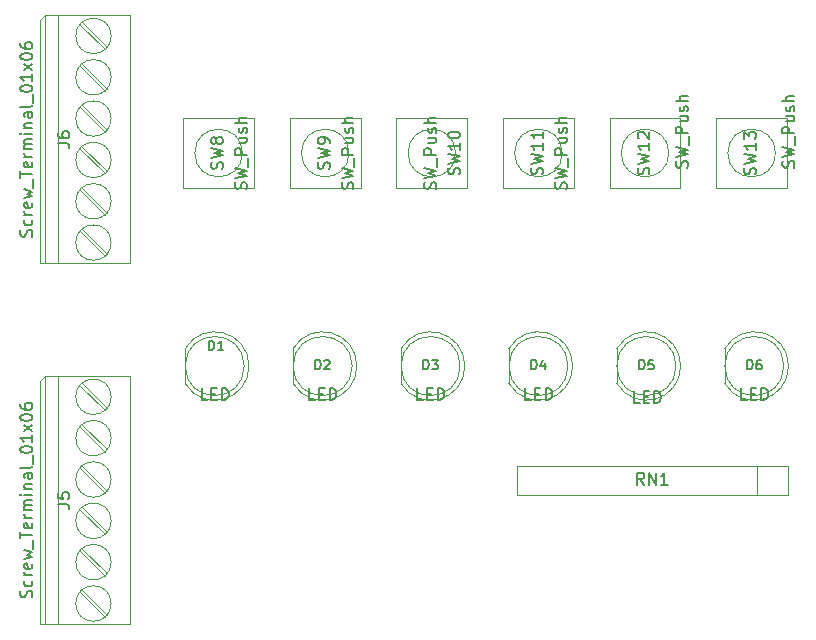
<source format=gbr>
%TF.GenerationSoftware,KiCad,Pcbnew,(7.0.0-0)*%
%TF.CreationDate,2023-08-03T18:37:04+02:00*%
%TF.ProjectId,flipperbrain-shield,666c6970-7065-4726-9272-61696e2d7368,rev?*%
%TF.SameCoordinates,Original*%
%TF.FileFunction,AssemblyDrawing,Top*%
%FSLAX46Y46*%
G04 Gerber Fmt 4.6, Leading zero omitted, Abs format (unit mm)*
G04 Created by KiCad (PCBNEW (7.0.0-0)) date 2023-08-03 18:37:04*
%MOMM*%
%LPD*%
G01*
G04 APERTURE LIST*
%ADD10C,0.150000*%
%ADD11C,0.200000*%
%ADD12C,0.100000*%
G04 APERTURE END LIST*
D10*
%TO.C,SW8*%
X118137325Y-62207618D02*
X118184944Y-62064761D01*
X118184944Y-62064761D02*
X118184944Y-61826666D01*
X118184944Y-61826666D02*
X118137325Y-61731428D01*
X118137325Y-61731428D02*
X118089706Y-61683809D01*
X118089706Y-61683809D02*
X117994468Y-61636190D01*
X117994468Y-61636190D02*
X117899230Y-61636190D01*
X117899230Y-61636190D02*
X117803992Y-61683809D01*
X117803992Y-61683809D02*
X117756373Y-61731428D01*
X117756373Y-61731428D02*
X117708754Y-61826666D01*
X117708754Y-61826666D02*
X117661135Y-62017142D01*
X117661135Y-62017142D02*
X117613516Y-62112380D01*
X117613516Y-62112380D02*
X117565897Y-62159999D01*
X117565897Y-62159999D02*
X117470659Y-62207618D01*
X117470659Y-62207618D02*
X117375421Y-62207618D01*
X117375421Y-62207618D02*
X117280183Y-62159999D01*
X117280183Y-62159999D02*
X117232564Y-62112380D01*
X117232564Y-62112380D02*
X117184944Y-62017142D01*
X117184944Y-62017142D02*
X117184944Y-61779047D01*
X117184944Y-61779047D02*
X117232564Y-61636190D01*
X117184944Y-61302856D02*
X118184944Y-61064761D01*
X118184944Y-61064761D02*
X117470659Y-60874285D01*
X117470659Y-60874285D02*
X118184944Y-60683809D01*
X118184944Y-60683809D02*
X117184944Y-60445714D01*
X118280183Y-60302857D02*
X118280183Y-59540952D01*
X118184944Y-59302856D02*
X117184944Y-59302856D01*
X117184944Y-59302856D02*
X117184944Y-58921904D01*
X117184944Y-58921904D02*
X117232564Y-58826666D01*
X117232564Y-58826666D02*
X117280183Y-58779047D01*
X117280183Y-58779047D02*
X117375421Y-58731428D01*
X117375421Y-58731428D02*
X117518278Y-58731428D01*
X117518278Y-58731428D02*
X117613516Y-58779047D01*
X117613516Y-58779047D02*
X117661135Y-58826666D01*
X117661135Y-58826666D02*
X117708754Y-58921904D01*
X117708754Y-58921904D02*
X117708754Y-59302856D01*
X117518278Y-57874285D02*
X118184944Y-57874285D01*
X117518278Y-58302856D02*
X118042087Y-58302856D01*
X118042087Y-58302856D02*
X118137325Y-58255237D01*
X118137325Y-58255237D02*
X118184944Y-58159999D01*
X118184944Y-58159999D02*
X118184944Y-58017142D01*
X118184944Y-58017142D02*
X118137325Y-57921904D01*
X118137325Y-57921904D02*
X118089706Y-57874285D01*
X118137325Y-57445713D02*
X118184944Y-57350475D01*
X118184944Y-57350475D02*
X118184944Y-57159999D01*
X118184944Y-57159999D02*
X118137325Y-57064761D01*
X118137325Y-57064761D02*
X118042087Y-57017142D01*
X118042087Y-57017142D02*
X117994468Y-57017142D01*
X117994468Y-57017142D02*
X117899230Y-57064761D01*
X117899230Y-57064761D02*
X117851611Y-57159999D01*
X117851611Y-57159999D02*
X117851611Y-57302856D01*
X117851611Y-57302856D02*
X117803992Y-57398094D01*
X117803992Y-57398094D02*
X117708754Y-57445713D01*
X117708754Y-57445713D02*
X117661135Y-57445713D01*
X117661135Y-57445713D02*
X117565897Y-57398094D01*
X117565897Y-57398094D02*
X117518278Y-57302856D01*
X117518278Y-57302856D02*
X117518278Y-57159999D01*
X117518278Y-57159999D02*
X117565897Y-57064761D01*
X118184944Y-56588570D02*
X117184944Y-56588570D01*
X118184944Y-56159999D02*
X117661135Y-56159999D01*
X117661135Y-56159999D02*
X117565897Y-56207618D01*
X117565897Y-56207618D02*
X117518278Y-56302856D01*
X117518278Y-56302856D02*
X117518278Y-56445713D01*
X117518278Y-56445713D02*
X117565897Y-56540951D01*
X117565897Y-56540951D02*
X117613516Y-56588570D01*
X116121761Y-60493332D02*
X116169380Y-60350475D01*
X116169380Y-60350475D02*
X116169380Y-60112380D01*
X116169380Y-60112380D02*
X116121761Y-60017142D01*
X116121761Y-60017142D02*
X116074142Y-59969523D01*
X116074142Y-59969523D02*
X115978904Y-59921904D01*
X115978904Y-59921904D02*
X115883666Y-59921904D01*
X115883666Y-59921904D02*
X115788428Y-59969523D01*
X115788428Y-59969523D02*
X115740809Y-60017142D01*
X115740809Y-60017142D02*
X115693190Y-60112380D01*
X115693190Y-60112380D02*
X115645571Y-60302856D01*
X115645571Y-60302856D02*
X115597952Y-60398094D01*
X115597952Y-60398094D02*
X115550333Y-60445713D01*
X115550333Y-60445713D02*
X115455095Y-60493332D01*
X115455095Y-60493332D02*
X115359857Y-60493332D01*
X115359857Y-60493332D02*
X115264619Y-60445713D01*
X115264619Y-60445713D02*
X115217000Y-60398094D01*
X115217000Y-60398094D02*
X115169380Y-60302856D01*
X115169380Y-60302856D02*
X115169380Y-60064761D01*
X115169380Y-60064761D02*
X115217000Y-59921904D01*
X115169380Y-59588570D02*
X116169380Y-59350475D01*
X116169380Y-59350475D02*
X115455095Y-59159999D01*
X115455095Y-59159999D02*
X116169380Y-58969523D01*
X116169380Y-58969523D02*
X115169380Y-58731428D01*
X115597952Y-58207618D02*
X115550333Y-58302856D01*
X115550333Y-58302856D02*
X115502714Y-58350475D01*
X115502714Y-58350475D02*
X115407476Y-58398094D01*
X115407476Y-58398094D02*
X115359857Y-58398094D01*
X115359857Y-58398094D02*
X115264619Y-58350475D01*
X115264619Y-58350475D02*
X115217000Y-58302856D01*
X115217000Y-58302856D02*
X115169380Y-58207618D01*
X115169380Y-58207618D02*
X115169380Y-58017142D01*
X115169380Y-58017142D02*
X115217000Y-57921904D01*
X115217000Y-57921904D02*
X115264619Y-57874285D01*
X115264619Y-57874285D02*
X115359857Y-57826666D01*
X115359857Y-57826666D02*
X115407476Y-57826666D01*
X115407476Y-57826666D02*
X115502714Y-57874285D01*
X115502714Y-57874285D02*
X115550333Y-57921904D01*
X115550333Y-57921904D02*
X115597952Y-58017142D01*
X115597952Y-58017142D02*
X115597952Y-58207618D01*
X115597952Y-58207618D02*
X115645571Y-58302856D01*
X115645571Y-58302856D02*
X115693190Y-58350475D01*
X115693190Y-58350475D02*
X115788428Y-58398094D01*
X115788428Y-58398094D02*
X115978904Y-58398094D01*
X115978904Y-58398094D02*
X116074142Y-58350475D01*
X116074142Y-58350475D02*
X116121761Y-58302856D01*
X116121761Y-58302856D02*
X116169380Y-58207618D01*
X116169380Y-58207618D02*
X116169380Y-58017142D01*
X116169380Y-58017142D02*
X116121761Y-57921904D01*
X116121761Y-57921904D02*
X116074142Y-57874285D01*
X116074142Y-57874285D02*
X115978904Y-57826666D01*
X115978904Y-57826666D02*
X115788428Y-57826666D01*
X115788428Y-57826666D02*
X115693190Y-57874285D01*
X115693190Y-57874285D02*
X115645571Y-57921904D01*
X115645571Y-57921904D02*
X115597952Y-58017142D01*
%TO.C,SW11*%
X145218325Y-62207618D02*
X145265944Y-62064761D01*
X145265944Y-62064761D02*
X145265944Y-61826666D01*
X145265944Y-61826666D02*
X145218325Y-61731428D01*
X145218325Y-61731428D02*
X145170706Y-61683809D01*
X145170706Y-61683809D02*
X145075468Y-61636190D01*
X145075468Y-61636190D02*
X144980230Y-61636190D01*
X144980230Y-61636190D02*
X144884992Y-61683809D01*
X144884992Y-61683809D02*
X144837373Y-61731428D01*
X144837373Y-61731428D02*
X144789754Y-61826666D01*
X144789754Y-61826666D02*
X144742135Y-62017142D01*
X144742135Y-62017142D02*
X144694516Y-62112380D01*
X144694516Y-62112380D02*
X144646897Y-62159999D01*
X144646897Y-62159999D02*
X144551659Y-62207618D01*
X144551659Y-62207618D02*
X144456421Y-62207618D01*
X144456421Y-62207618D02*
X144361183Y-62159999D01*
X144361183Y-62159999D02*
X144313564Y-62112380D01*
X144313564Y-62112380D02*
X144265944Y-62017142D01*
X144265944Y-62017142D02*
X144265944Y-61779047D01*
X144265944Y-61779047D02*
X144313564Y-61636190D01*
X144265944Y-61302856D02*
X145265944Y-61064761D01*
X145265944Y-61064761D02*
X144551659Y-60874285D01*
X144551659Y-60874285D02*
X145265944Y-60683809D01*
X145265944Y-60683809D02*
X144265944Y-60445714D01*
X145361183Y-60302857D02*
X145361183Y-59540952D01*
X145265944Y-59302856D02*
X144265944Y-59302856D01*
X144265944Y-59302856D02*
X144265944Y-58921904D01*
X144265944Y-58921904D02*
X144313564Y-58826666D01*
X144313564Y-58826666D02*
X144361183Y-58779047D01*
X144361183Y-58779047D02*
X144456421Y-58731428D01*
X144456421Y-58731428D02*
X144599278Y-58731428D01*
X144599278Y-58731428D02*
X144694516Y-58779047D01*
X144694516Y-58779047D02*
X144742135Y-58826666D01*
X144742135Y-58826666D02*
X144789754Y-58921904D01*
X144789754Y-58921904D02*
X144789754Y-59302856D01*
X144599278Y-57874285D02*
X145265944Y-57874285D01*
X144599278Y-58302856D02*
X145123087Y-58302856D01*
X145123087Y-58302856D02*
X145218325Y-58255237D01*
X145218325Y-58255237D02*
X145265944Y-58159999D01*
X145265944Y-58159999D02*
X145265944Y-58017142D01*
X145265944Y-58017142D02*
X145218325Y-57921904D01*
X145218325Y-57921904D02*
X145170706Y-57874285D01*
X145218325Y-57445713D02*
X145265944Y-57350475D01*
X145265944Y-57350475D02*
X145265944Y-57159999D01*
X145265944Y-57159999D02*
X145218325Y-57064761D01*
X145218325Y-57064761D02*
X145123087Y-57017142D01*
X145123087Y-57017142D02*
X145075468Y-57017142D01*
X145075468Y-57017142D02*
X144980230Y-57064761D01*
X144980230Y-57064761D02*
X144932611Y-57159999D01*
X144932611Y-57159999D02*
X144932611Y-57302856D01*
X144932611Y-57302856D02*
X144884992Y-57398094D01*
X144884992Y-57398094D02*
X144789754Y-57445713D01*
X144789754Y-57445713D02*
X144742135Y-57445713D01*
X144742135Y-57445713D02*
X144646897Y-57398094D01*
X144646897Y-57398094D02*
X144599278Y-57302856D01*
X144599278Y-57302856D02*
X144599278Y-57159999D01*
X144599278Y-57159999D02*
X144646897Y-57064761D01*
X145265944Y-56588570D02*
X144265944Y-56588570D01*
X145265944Y-56159999D02*
X144742135Y-56159999D01*
X144742135Y-56159999D02*
X144646897Y-56207618D01*
X144646897Y-56207618D02*
X144599278Y-56302856D01*
X144599278Y-56302856D02*
X144599278Y-56445713D01*
X144599278Y-56445713D02*
X144646897Y-56540951D01*
X144646897Y-56540951D02*
X144694516Y-56588570D01*
X143202761Y-60969523D02*
X143250380Y-60826666D01*
X143250380Y-60826666D02*
X143250380Y-60588571D01*
X143250380Y-60588571D02*
X143202761Y-60493333D01*
X143202761Y-60493333D02*
X143155142Y-60445714D01*
X143155142Y-60445714D02*
X143059904Y-60398095D01*
X143059904Y-60398095D02*
X142964666Y-60398095D01*
X142964666Y-60398095D02*
X142869428Y-60445714D01*
X142869428Y-60445714D02*
X142821809Y-60493333D01*
X142821809Y-60493333D02*
X142774190Y-60588571D01*
X142774190Y-60588571D02*
X142726571Y-60779047D01*
X142726571Y-60779047D02*
X142678952Y-60874285D01*
X142678952Y-60874285D02*
X142631333Y-60921904D01*
X142631333Y-60921904D02*
X142536095Y-60969523D01*
X142536095Y-60969523D02*
X142440857Y-60969523D01*
X142440857Y-60969523D02*
X142345619Y-60921904D01*
X142345619Y-60921904D02*
X142298000Y-60874285D01*
X142298000Y-60874285D02*
X142250380Y-60779047D01*
X142250380Y-60779047D02*
X142250380Y-60540952D01*
X142250380Y-60540952D02*
X142298000Y-60398095D01*
X142250380Y-60064761D02*
X143250380Y-59826666D01*
X143250380Y-59826666D02*
X142536095Y-59636190D01*
X142536095Y-59636190D02*
X143250380Y-59445714D01*
X143250380Y-59445714D02*
X142250380Y-59207619D01*
X143250380Y-58302857D02*
X143250380Y-58874285D01*
X143250380Y-58588571D02*
X142250380Y-58588571D01*
X142250380Y-58588571D02*
X142393238Y-58683809D01*
X142393238Y-58683809D02*
X142488476Y-58779047D01*
X142488476Y-58779047D02*
X142536095Y-58874285D01*
X143250380Y-57350476D02*
X143250380Y-57921904D01*
X143250380Y-57636190D02*
X142250380Y-57636190D01*
X142250380Y-57636190D02*
X142393238Y-57731428D01*
X142393238Y-57731428D02*
X142488476Y-57826666D01*
X142488476Y-57826666D02*
X142536095Y-57921904D01*
%TO.C,SW13*%
X164496761Y-60392618D02*
X164544380Y-60249761D01*
X164544380Y-60249761D02*
X164544380Y-60011666D01*
X164544380Y-60011666D02*
X164496761Y-59916428D01*
X164496761Y-59916428D02*
X164449142Y-59868809D01*
X164449142Y-59868809D02*
X164353904Y-59821190D01*
X164353904Y-59821190D02*
X164258666Y-59821190D01*
X164258666Y-59821190D02*
X164163428Y-59868809D01*
X164163428Y-59868809D02*
X164115809Y-59916428D01*
X164115809Y-59916428D02*
X164068190Y-60011666D01*
X164068190Y-60011666D02*
X164020571Y-60202142D01*
X164020571Y-60202142D02*
X163972952Y-60297380D01*
X163972952Y-60297380D02*
X163925333Y-60344999D01*
X163925333Y-60344999D02*
X163830095Y-60392618D01*
X163830095Y-60392618D02*
X163734857Y-60392618D01*
X163734857Y-60392618D02*
X163639619Y-60344999D01*
X163639619Y-60344999D02*
X163592000Y-60297380D01*
X163592000Y-60297380D02*
X163544380Y-60202142D01*
X163544380Y-60202142D02*
X163544380Y-59964047D01*
X163544380Y-59964047D02*
X163592000Y-59821190D01*
X163544380Y-59487856D02*
X164544380Y-59249761D01*
X164544380Y-59249761D02*
X163830095Y-59059285D01*
X163830095Y-59059285D02*
X164544380Y-58868809D01*
X164544380Y-58868809D02*
X163544380Y-58630714D01*
X164639619Y-58487857D02*
X164639619Y-57725952D01*
X164544380Y-57487856D02*
X163544380Y-57487856D01*
X163544380Y-57487856D02*
X163544380Y-57106904D01*
X163544380Y-57106904D02*
X163592000Y-57011666D01*
X163592000Y-57011666D02*
X163639619Y-56964047D01*
X163639619Y-56964047D02*
X163734857Y-56916428D01*
X163734857Y-56916428D02*
X163877714Y-56916428D01*
X163877714Y-56916428D02*
X163972952Y-56964047D01*
X163972952Y-56964047D02*
X164020571Y-57011666D01*
X164020571Y-57011666D02*
X164068190Y-57106904D01*
X164068190Y-57106904D02*
X164068190Y-57487856D01*
X163877714Y-56059285D02*
X164544380Y-56059285D01*
X163877714Y-56487856D02*
X164401523Y-56487856D01*
X164401523Y-56487856D02*
X164496761Y-56440237D01*
X164496761Y-56440237D02*
X164544380Y-56344999D01*
X164544380Y-56344999D02*
X164544380Y-56202142D01*
X164544380Y-56202142D02*
X164496761Y-56106904D01*
X164496761Y-56106904D02*
X164449142Y-56059285D01*
X164496761Y-55630713D02*
X164544380Y-55535475D01*
X164544380Y-55535475D02*
X164544380Y-55344999D01*
X164544380Y-55344999D02*
X164496761Y-55249761D01*
X164496761Y-55249761D02*
X164401523Y-55202142D01*
X164401523Y-55202142D02*
X164353904Y-55202142D01*
X164353904Y-55202142D02*
X164258666Y-55249761D01*
X164258666Y-55249761D02*
X164211047Y-55344999D01*
X164211047Y-55344999D02*
X164211047Y-55487856D01*
X164211047Y-55487856D02*
X164163428Y-55583094D01*
X164163428Y-55583094D02*
X164068190Y-55630713D01*
X164068190Y-55630713D02*
X164020571Y-55630713D01*
X164020571Y-55630713D02*
X163925333Y-55583094D01*
X163925333Y-55583094D02*
X163877714Y-55487856D01*
X163877714Y-55487856D02*
X163877714Y-55344999D01*
X163877714Y-55344999D02*
X163925333Y-55249761D01*
X164544380Y-54773570D02*
X163544380Y-54773570D01*
X164544380Y-54344999D02*
X164020571Y-54344999D01*
X164020571Y-54344999D02*
X163925333Y-54392618D01*
X163925333Y-54392618D02*
X163877714Y-54487856D01*
X163877714Y-54487856D02*
X163877714Y-54630713D01*
X163877714Y-54630713D02*
X163925333Y-54725951D01*
X163925333Y-54725951D02*
X163972952Y-54773570D01*
X161256761Y-60969523D02*
X161304380Y-60826666D01*
X161304380Y-60826666D02*
X161304380Y-60588571D01*
X161304380Y-60588571D02*
X161256761Y-60493333D01*
X161256761Y-60493333D02*
X161209142Y-60445714D01*
X161209142Y-60445714D02*
X161113904Y-60398095D01*
X161113904Y-60398095D02*
X161018666Y-60398095D01*
X161018666Y-60398095D02*
X160923428Y-60445714D01*
X160923428Y-60445714D02*
X160875809Y-60493333D01*
X160875809Y-60493333D02*
X160828190Y-60588571D01*
X160828190Y-60588571D02*
X160780571Y-60779047D01*
X160780571Y-60779047D02*
X160732952Y-60874285D01*
X160732952Y-60874285D02*
X160685333Y-60921904D01*
X160685333Y-60921904D02*
X160590095Y-60969523D01*
X160590095Y-60969523D02*
X160494857Y-60969523D01*
X160494857Y-60969523D02*
X160399619Y-60921904D01*
X160399619Y-60921904D02*
X160352000Y-60874285D01*
X160352000Y-60874285D02*
X160304380Y-60779047D01*
X160304380Y-60779047D02*
X160304380Y-60540952D01*
X160304380Y-60540952D02*
X160352000Y-60398095D01*
X160304380Y-60064761D02*
X161304380Y-59826666D01*
X161304380Y-59826666D02*
X160590095Y-59636190D01*
X160590095Y-59636190D02*
X161304380Y-59445714D01*
X161304380Y-59445714D02*
X160304380Y-59207619D01*
X161304380Y-58302857D02*
X161304380Y-58874285D01*
X161304380Y-58588571D02*
X160304380Y-58588571D01*
X160304380Y-58588571D02*
X160447238Y-58683809D01*
X160447238Y-58683809D02*
X160542476Y-58779047D01*
X160542476Y-58779047D02*
X160590095Y-58874285D01*
X160304380Y-57969523D02*
X160304380Y-57350476D01*
X160304380Y-57350476D02*
X160685333Y-57683809D01*
X160685333Y-57683809D02*
X160685333Y-57540952D01*
X160685333Y-57540952D02*
X160732952Y-57445714D01*
X160732952Y-57445714D02*
X160780571Y-57398095D01*
X160780571Y-57398095D02*
X160875809Y-57350476D01*
X160875809Y-57350476D02*
X161113904Y-57350476D01*
X161113904Y-57350476D02*
X161209142Y-57398095D01*
X161209142Y-57398095D02*
X161256761Y-57445714D01*
X161256761Y-57445714D02*
X161304380Y-57540952D01*
X161304380Y-57540952D02*
X161304380Y-57826666D01*
X161304380Y-57826666D02*
X161256761Y-57921904D01*
X161256761Y-57921904D02*
X161209142Y-57969523D01*
%TO.C,D6*%
X160517142Y-80062380D02*
X160040952Y-80062380D01*
X160040952Y-80062380D02*
X160040952Y-79062380D01*
X160850476Y-79538571D02*
X161183809Y-79538571D01*
X161326666Y-80062380D02*
X160850476Y-80062380D01*
X160850476Y-80062380D02*
X160850476Y-79062380D01*
X160850476Y-79062380D02*
X161326666Y-79062380D01*
X161755238Y-80062380D02*
X161755238Y-79062380D01*
X161755238Y-79062380D02*
X161993333Y-79062380D01*
X161993333Y-79062380D02*
X162136190Y-79110000D01*
X162136190Y-79110000D02*
X162231428Y-79205238D01*
X162231428Y-79205238D02*
X162279047Y-79300476D01*
X162279047Y-79300476D02*
X162326666Y-79490952D01*
X162326666Y-79490952D02*
X162326666Y-79633809D01*
X162326666Y-79633809D02*
X162279047Y-79824285D01*
X162279047Y-79824285D02*
X162231428Y-79919523D01*
X162231428Y-79919523D02*
X162136190Y-80014761D01*
X162136190Y-80014761D02*
X161993333Y-80062380D01*
X161993333Y-80062380D02*
X161755238Y-80062380D01*
D11*
X160549524Y-77488904D02*
X160549524Y-76688904D01*
X160549524Y-76688904D02*
X160740000Y-76688904D01*
X160740000Y-76688904D02*
X160854286Y-76727000D01*
X160854286Y-76727000D02*
X160930476Y-76803190D01*
X160930476Y-76803190D02*
X160968571Y-76879380D01*
X160968571Y-76879380D02*
X161006667Y-77031761D01*
X161006667Y-77031761D02*
X161006667Y-77146047D01*
X161006667Y-77146047D02*
X160968571Y-77298428D01*
X160968571Y-77298428D02*
X160930476Y-77374619D01*
X160930476Y-77374619D02*
X160854286Y-77450809D01*
X160854286Y-77450809D02*
X160740000Y-77488904D01*
X160740000Y-77488904D02*
X160549524Y-77488904D01*
X161692381Y-76688904D02*
X161540000Y-76688904D01*
X161540000Y-76688904D02*
X161463809Y-76727000D01*
X161463809Y-76727000D02*
X161425714Y-76765095D01*
X161425714Y-76765095D02*
X161349524Y-76879380D01*
X161349524Y-76879380D02*
X161311428Y-77031761D01*
X161311428Y-77031761D02*
X161311428Y-77336523D01*
X161311428Y-77336523D02*
X161349524Y-77412714D01*
X161349524Y-77412714D02*
X161387619Y-77450809D01*
X161387619Y-77450809D02*
X161463809Y-77488904D01*
X161463809Y-77488904D02*
X161616190Y-77488904D01*
X161616190Y-77488904D02*
X161692381Y-77450809D01*
X161692381Y-77450809D02*
X161730476Y-77412714D01*
X161730476Y-77412714D02*
X161768571Y-77336523D01*
X161768571Y-77336523D02*
X161768571Y-77146047D01*
X161768571Y-77146047D02*
X161730476Y-77069857D01*
X161730476Y-77069857D02*
X161692381Y-77031761D01*
X161692381Y-77031761D02*
X161616190Y-76993666D01*
X161616190Y-76993666D02*
X161463809Y-76993666D01*
X161463809Y-76993666D02*
X161387619Y-77031761D01*
X161387619Y-77031761D02*
X161349524Y-77069857D01*
X161349524Y-77069857D02*
X161311428Y-77146047D01*
D10*
%TO.C,SW10*%
X134175761Y-62207618D02*
X134223380Y-62064761D01*
X134223380Y-62064761D02*
X134223380Y-61826666D01*
X134223380Y-61826666D02*
X134175761Y-61731428D01*
X134175761Y-61731428D02*
X134128142Y-61683809D01*
X134128142Y-61683809D02*
X134032904Y-61636190D01*
X134032904Y-61636190D02*
X133937666Y-61636190D01*
X133937666Y-61636190D02*
X133842428Y-61683809D01*
X133842428Y-61683809D02*
X133794809Y-61731428D01*
X133794809Y-61731428D02*
X133747190Y-61826666D01*
X133747190Y-61826666D02*
X133699571Y-62017142D01*
X133699571Y-62017142D02*
X133651952Y-62112380D01*
X133651952Y-62112380D02*
X133604333Y-62159999D01*
X133604333Y-62159999D02*
X133509095Y-62207618D01*
X133509095Y-62207618D02*
X133413857Y-62207618D01*
X133413857Y-62207618D02*
X133318619Y-62159999D01*
X133318619Y-62159999D02*
X133271000Y-62112380D01*
X133271000Y-62112380D02*
X133223380Y-62017142D01*
X133223380Y-62017142D02*
X133223380Y-61779047D01*
X133223380Y-61779047D02*
X133271000Y-61636190D01*
X133223380Y-61302856D02*
X134223380Y-61064761D01*
X134223380Y-61064761D02*
X133509095Y-60874285D01*
X133509095Y-60874285D02*
X134223380Y-60683809D01*
X134223380Y-60683809D02*
X133223380Y-60445714D01*
X134318619Y-60302857D02*
X134318619Y-59540952D01*
X134223380Y-59302856D02*
X133223380Y-59302856D01*
X133223380Y-59302856D02*
X133223380Y-58921904D01*
X133223380Y-58921904D02*
X133271000Y-58826666D01*
X133271000Y-58826666D02*
X133318619Y-58779047D01*
X133318619Y-58779047D02*
X133413857Y-58731428D01*
X133413857Y-58731428D02*
X133556714Y-58731428D01*
X133556714Y-58731428D02*
X133651952Y-58779047D01*
X133651952Y-58779047D02*
X133699571Y-58826666D01*
X133699571Y-58826666D02*
X133747190Y-58921904D01*
X133747190Y-58921904D02*
X133747190Y-59302856D01*
X133556714Y-57874285D02*
X134223380Y-57874285D01*
X133556714Y-58302856D02*
X134080523Y-58302856D01*
X134080523Y-58302856D02*
X134175761Y-58255237D01*
X134175761Y-58255237D02*
X134223380Y-58159999D01*
X134223380Y-58159999D02*
X134223380Y-58017142D01*
X134223380Y-58017142D02*
X134175761Y-57921904D01*
X134175761Y-57921904D02*
X134128142Y-57874285D01*
X134175761Y-57445713D02*
X134223380Y-57350475D01*
X134223380Y-57350475D02*
X134223380Y-57159999D01*
X134223380Y-57159999D02*
X134175761Y-57064761D01*
X134175761Y-57064761D02*
X134080523Y-57017142D01*
X134080523Y-57017142D02*
X134032904Y-57017142D01*
X134032904Y-57017142D02*
X133937666Y-57064761D01*
X133937666Y-57064761D02*
X133890047Y-57159999D01*
X133890047Y-57159999D02*
X133890047Y-57302856D01*
X133890047Y-57302856D02*
X133842428Y-57398094D01*
X133842428Y-57398094D02*
X133747190Y-57445713D01*
X133747190Y-57445713D02*
X133699571Y-57445713D01*
X133699571Y-57445713D02*
X133604333Y-57398094D01*
X133604333Y-57398094D02*
X133556714Y-57302856D01*
X133556714Y-57302856D02*
X133556714Y-57159999D01*
X133556714Y-57159999D02*
X133604333Y-57064761D01*
X134223380Y-56588570D02*
X133223380Y-56588570D01*
X134223380Y-56159999D02*
X133699571Y-56159999D01*
X133699571Y-56159999D02*
X133604333Y-56207618D01*
X133604333Y-56207618D02*
X133556714Y-56302856D01*
X133556714Y-56302856D02*
X133556714Y-56445713D01*
X133556714Y-56445713D02*
X133604333Y-56540951D01*
X133604333Y-56540951D02*
X133651952Y-56588570D01*
X136191325Y-60969523D02*
X136238944Y-60826666D01*
X136238944Y-60826666D02*
X136238944Y-60588571D01*
X136238944Y-60588571D02*
X136191325Y-60493333D01*
X136191325Y-60493333D02*
X136143706Y-60445714D01*
X136143706Y-60445714D02*
X136048468Y-60398095D01*
X136048468Y-60398095D02*
X135953230Y-60398095D01*
X135953230Y-60398095D02*
X135857992Y-60445714D01*
X135857992Y-60445714D02*
X135810373Y-60493333D01*
X135810373Y-60493333D02*
X135762754Y-60588571D01*
X135762754Y-60588571D02*
X135715135Y-60779047D01*
X135715135Y-60779047D02*
X135667516Y-60874285D01*
X135667516Y-60874285D02*
X135619897Y-60921904D01*
X135619897Y-60921904D02*
X135524659Y-60969523D01*
X135524659Y-60969523D02*
X135429421Y-60969523D01*
X135429421Y-60969523D02*
X135334183Y-60921904D01*
X135334183Y-60921904D02*
X135286564Y-60874285D01*
X135286564Y-60874285D02*
X135238944Y-60779047D01*
X135238944Y-60779047D02*
X135238944Y-60540952D01*
X135238944Y-60540952D02*
X135286564Y-60398095D01*
X135238944Y-60064761D02*
X136238944Y-59826666D01*
X136238944Y-59826666D02*
X135524659Y-59636190D01*
X135524659Y-59636190D02*
X136238944Y-59445714D01*
X136238944Y-59445714D02*
X135238944Y-59207619D01*
X136238944Y-58302857D02*
X136238944Y-58874285D01*
X136238944Y-58588571D02*
X135238944Y-58588571D01*
X135238944Y-58588571D02*
X135381802Y-58683809D01*
X135381802Y-58683809D02*
X135477040Y-58779047D01*
X135477040Y-58779047D02*
X135524659Y-58874285D01*
X135238944Y-57683809D02*
X135238944Y-57588571D01*
X135238944Y-57588571D02*
X135286564Y-57493333D01*
X135286564Y-57493333D02*
X135334183Y-57445714D01*
X135334183Y-57445714D02*
X135429421Y-57398095D01*
X135429421Y-57398095D02*
X135619897Y-57350476D01*
X135619897Y-57350476D02*
X135857992Y-57350476D01*
X135857992Y-57350476D02*
X136048468Y-57398095D01*
X136048468Y-57398095D02*
X136143706Y-57445714D01*
X136143706Y-57445714D02*
X136191325Y-57493333D01*
X136191325Y-57493333D02*
X136238944Y-57588571D01*
X136238944Y-57588571D02*
X136238944Y-57683809D01*
X136238944Y-57683809D02*
X136191325Y-57779047D01*
X136191325Y-57779047D02*
X136143706Y-57826666D01*
X136143706Y-57826666D02*
X136048468Y-57874285D01*
X136048468Y-57874285D02*
X135857992Y-57921904D01*
X135857992Y-57921904D02*
X135619897Y-57921904D01*
X135619897Y-57921904D02*
X135429421Y-57874285D01*
X135429421Y-57874285D02*
X135334183Y-57826666D01*
X135334183Y-57826666D02*
X135286564Y-57779047D01*
X135286564Y-57779047D02*
X135238944Y-57683809D01*
%TO.C,D2*%
X123969142Y-80062380D02*
X123492952Y-80062380D01*
X123492952Y-80062380D02*
X123492952Y-79062380D01*
X124302476Y-79538571D02*
X124635809Y-79538571D01*
X124778666Y-80062380D02*
X124302476Y-80062380D01*
X124302476Y-80062380D02*
X124302476Y-79062380D01*
X124302476Y-79062380D02*
X124778666Y-79062380D01*
X125207238Y-80062380D02*
X125207238Y-79062380D01*
X125207238Y-79062380D02*
X125445333Y-79062380D01*
X125445333Y-79062380D02*
X125588190Y-79110000D01*
X125588190Y-79110000D02*
X125683428Y-79205238D01*
X125683428Y-79205238D02*
X125731047Y-79300476D01*
X125731047Y-79300476D02*
X125778666Y-79490952D01*
X125778666Y-79490952D02*
X125778666Y-79633809D01*
X125778666Y-79633809D02*
X125731047Y-79824285D01*
X125731047Y-79824285D02*
X125683428Y-79919523D01*
X125683428Y-79919523D02*
X125588190Y-80014761D01*
X125588190Y-80014761D02*
X125445333Y-80062380D01*
X125445333Y-80062380D02*
X125207238Y-80062380D01*
D11*
X124001524Y-77488904D02*
X124001524Y-76688904D01*
X124001524Y-76688904D02*
X124192000Y-76688904D01*
X124192000Y-76688904D02*
X124306286Y-76727000D01*
X124306286Y-76727000D02*
X124382476Y-76803190D01*
X124382476Y-76803190D02*
X124420571Y-76879380D01*
X124420571Y-76879380D02*
X124458667Y-77031761D01*
X124458667Y-77031761D02*
X124458667Y-77146047D01*
X124458667Y-77146047D02*
X124420571Y-77298428D01*
X124420571Y-77298428D02*
X124382476Y-77374619D01*
X124382476Y-77374619D02*
X124306286Y-77450809D01*
X124306286Y-77450809D02*
X124192000Y-77488904D01*
X124192000Y-77488904D02*
X124001524Y-77488904D01*
X124763428Y-76765095D02*
X124801524Y-76727000D01*
X124801524Y-76727000D02*
X124877714Y-76688904D01*
X124877714Y-76688904D02*
X125068190Y-76688904D01*
X125068190Y-76688904D02*
X125144381Y-76727000D01*
X125144381Y-76727000D02*
X125182476Y-76765095D01*
X125182476Y-76765095D02*
X125220571Y-76841285D01*
X125220571Y-76841285D02*
X125220571Y-76917476D01*
X125220571Y-76917476D02*
X125182476Y-77031761D01*
X125182476Y-77031761D02*
X124725333Y-77488904D01*
X124725333Y-77488904D02*
X125220571Y-77488904D01*
D10*
%TO.C,D3*%
X133106142Y-80062380D02*
X132629952Y-80062380D01*
X132629952Y-80062380D02*
X132629952Y-79062380D01*
X133439476Y-79538571D02*
X133772809Y-79538571D01*
X133915666Y-80062380D02*
X133439476Y-80062380D01*
X133439476Y-80062380D02*
X133439476Y-79062380D01*
X133439476Y-79062380D02*
X133915666Y-79062380D01*
X134344238Y-80062380D02*
X134344238Y-79062380D01*
X134344238Y-79062380D02*
X134582333Y-79062380D01*
X134582333Y-79062380D02*
X134725190Y-79110000D01*
X134725190Y-79110000D02*
X134820428Y-79205238D01*
X134820428Y-79205238D02*
X134868047Y-79300476D01*
X134868047Y-79300476D02*
X134915666Y-79490952D01*
X134915666Y-79490952D02*
X134915666Y-79633809D01*
X134915666Y-79633809D02*
X134868047Y-79824285D01*
X134868047Y-79824285D02*
X134820428Y-79919523D01*
X134820428Y-79919523D02*
X134725190Y-80014761D01*
X134725190Y-80014761D02*
X134582333Y-80062380D01*
X134582333Y-80062380D02*
X134344238Y-80062380D01*
D11*
X133138524Y-77488904D02*
X133138524Y-76688904D01*
X133138524Y-76688904D02*
X133329000Y-76688904D01*
X133329000Y-76688904D02*
X133443286Y-76727000D01*
X133443286Y-76727000D02*
X133519476Y-76803190D01*
X133519476Y-76803190D02*
X133557571Y-76879380D01*
X133557571Y-76879380D02*
X133595667Y-77031761D01*
X133595667Y-77031761D02*
X133595667Y-77146047D01*
X133595667Y-77146047D02*
X133557571Y-77298428D01*
X133557571Y-77298428D02*
X133519476Y-77374619D01*
X133519476Y-77374619D02*
X133443286Y-77450809D01*
X133443286Y-77450809D02*
X133329000Y-77488904D01*
X133329000Y-77488904D02*
X133138524Y-77488904D01*
X133862333Y-76688904D02*
X134357571Y-76688904D01*
X134357571Y-76688904D02*
X134090905Y-76993666D01*
X134090905Y-76993666D02*
X134205190Y-76993666D01*
X134205190Y-76993666D02*
X134281381Y-77031761D01*
X134281381Y-77031761D02*
X134319476Y-77069857D01*
X134319476Y-77069857D02*
X134357571Y-77146047D01*
X134357571Y-77146047D02*
X134357571Y-77336523D01*
X134357571Y-77336523D02*
X134319476Y-77412714D01*
X134319476Y-77412714D02*
X134281381Y-77450809D01*
X134281381Y-77450809D02*
X134205190Y-77488904D01*
X134205190Y-77488904D02*
X133976619Y-77488904D01*
X133976619Y-77488904D02*
X133900428Y-77450809D01*
X133900428Y-77450809D02*
X133862333Y-77412714D01*
D10*
%TO.C,SW9*%
X127164325Y-62207618D02*
X127211944Y-62064761D01*
X127211944Y-62064761D02*
X127211944Y-61826666D01*
X127211944Y-61826666D02*
X127164325Y-61731428D01*
X127164325Y-61731428D02*
X127116706Y-61683809D01*
X127116706Y-61683809D02*
X127021468Y-61636190D01*
X127021468Y-61636190D02*
X126926230Y-61636190D01*
X126926230Y-61636190D02*
X126830992Y-61683809D01*
X126830992Y-61683809D02*
X126783373Y-61731428D01*
X126783373Y-61731428D02*
X126735754Y-61826666D01*
X126735754Y-61826666D02*
X126688135Y-62017142D01*
X126688135Y-62017142D02*
X126640516Y-62112380D01*
X126640516Y-62112380D02*
X126592897Y-62159999D01*
X126592897Y-62159999D02*
X126497659Y-62207618D01*
X126497659Y-62207618D02*
X126402421Y-62207618D01*
X126402421Y-62207618D02*
X126307183Y-62159999D01*
X126307183Y-62159999D02*
X126259564Y-62112380D01*
X126259564Y-62112380D02*
X126211944Y-62017142D01*
X126211944Y-62017142D02*
X126211944Y-61779047D01*
X126211944Y-61779047D02*
X126259564Y-61636190D01*
X126211944Y-61302856D02*
X127211944Y-61064761D01*
X127211944Y-61064761D02*
X126497659Y-60874285D01*
X126497659Y-60874285D02*
X127211944Y-60683809D01*
X127211944Y-60683809D02*
X126211944Y-60445714D01*
X127307183Y-60302857D02*
X127307183Y-59540952D01*
X127211944Y-59302856D02*
X126211944Y-59302856D01*
X126211944Y-59302856D02*
X126211944Y-58921904D01*
X126211944Y-58921904D02*
X126259564Y-58826666D01*
X126259564Y-58826666D02*
X126307183Y-58779047D01*
X126307183Y-58779047D02*
X126402421Y-58731428D01*
X126402421Y-58731428D02*
X126545278Y-58731428D01*
X126545278Y-58731428D02*
X126640516Y-58779047D01*
X126640516Y-58779047D02*
X126688135Y-58826666D01*
X126688135Y-58826666D02*
X126735754Y-58921904D01*
X126735754Y-58921904D02*
X126735754Y-59302856D01*
X126545278Y-57874285D02*
X127211944Y-57874285D01*
X126545278Y-58302856D02*
X127069087Y-58302856D01*
X127069087Y-58302856D02*
X127164325Y-58255237D01*
X127164325Y-58255237D02*
X127211944Y-58159999D01*
X127211944Y-58159999D02*
X127211944Y-58017142D01*
X127211944Y-58017142D02*
X127164325Y-57921904D01*
X127164325Y-57921904D02*
X127116706Y-57874285D01*
X127164325Y-57445713D02*
X127211944Y-57350475D01*
X127211944Y-57350475D02*
X127211944Y-57159999D01*
X127211944Y-57159999D02*
X127164325Y-57064761D01*
X127164325Y-57064761D02*
X127069087Y-57017142D01*
X127069087Y-57017142D02*
X127021468Y-57017142D01*
X127021468Y-57017142D02*
X126926230Y-57064761D01*
X126926230Y-57064761D02*
X126878611Y-57159999D01*
X126878611Y-57159999D02*
X126878611Y-57302856D01*
X126878611Y-57302856D02*
X126830992Y-57398094D01*
X126830992Y-57398094D02*
X126735754Y-57445713D01*
X126735754Y-57445713D02*
X126688135Y-57445713D01*
X126688135Y-57445713D02*
X126592897Y-57398094D01*
X126592897Y-57398094D02*
X126545278Y-57302856D01*
X126545278Y-57302856D02*
X126545278Y-57159999D01*
X126545278Y-57159999D02*
X126592897Y-57064761D01*
X127211944Y-56588570D02*
X126211944Y-56588570D01*
X127211944Y-56159999D02*
X126688135Y-56159999D01*
X126688135Y-56159999D02*
X126592897Y-56207618D01*
X126592897Y-56207618D02*
X126545278Y-56302856D01*
X126545278Y-56302856D02*
X126545278Y-56445713D01*
X126545278Y-56445713D02*
X126592897Y-56540951D01*
X126592897Y-56540951D02*
X126640516Y-56588570D01*
X125148761Y-60493332D02*
X125196380Y-60350475D01*
X125196380Y-60350475D02*
X125196380Y-60112380D01*
X125196380Y-60112380D02*
X125148761Y-60017142D01*
X125148761Y-60017142D02*
X125101142Y-59969523D01*
X125101142Y-59969523D02*
X125005904Y-59921904D01*
X125005904Y-59921904D02*
X124910666Y-59921904D01*
X124910666Y-59921904D02*
X124815428Y-59969523D01*
X124815428Y-59969523D02*
X124767809Y-60017142D01*
X124767809Y-60017142D02*
X124720190Y-60112380D01*
X124720190Y-60112380D02*
X124672571Y-60302856D01*
X124672571Y-60302856D02*
X124624952Y-60398094D01*
X124624952Y-60398094D02*
X124577333Y-60445713D01*
X124577333Y-60445713D02*
X124482095Y-60493332D01*
X124482095Y-60493332D02*
X124386857Y-60493332D01*
X124386857Y-60493332D02*
X124291619Y-60445713D01*
X124291619Y-60445713D02*
X124244000Y-60398094D01*
X124244000Y-60398094D02*
X124196380Y-60302856D01*
X124196380Y-60302856D02*
X124196380Y-60064761D01*
X124196380Y-60064761D02*
X124244000Y-59921904D01*
X124196380Y-59588570D02*
X125196380Y-59350475D01*
X125196380Y-59350475D02*
X124482095Y-59159999D01*
X124482095Y-59159999D02*
X125196380Y-58969523D01*
X125196380Y-58969523D02*
X124196380Y-58731428D01*
X125196380Y-58302856D02*
X125196380Y-58112380D01*
X125196380Y-58112380D02*
X125148761Y-58017142D01*
X125148761Y-58017142D02*
X125101142Y-57969523D01*
X125101142Y-57969523D02*
X124958285Y-57874285D01*
X124958285Y-57874285D02*
X124767809Y-57826666D01*
X124767809Y-57826666D02*
X124386857Y-57826666D01*
X124386857Y-57826666D02*
X124291619Y-57874285D01*
X124291619Y-57874285D02*
X124244000Y-57921904D01*
X124244000Y-57921904D02*
X124196380Y-58017142D01*
X124196380Y-58017142D02*
X124196380Y-58207618D01*
X124196380Y-58207618D02*
X124244000Y-58302856D01*
X124244000Y-58302856D02*
X124291619Y-58350475D01*
X124291619Y-58350475D02*
X124386857Y-58398094D01*
X124386857Y-58398094D02*
X124624952Y-58398094D01*
X124624952Y-58398094D02*
X124720190Y-58350475D01*
X124720190Y-58350475D02*
X124767809Y-58302856D01*
X124767809Y-58302856D02*
X124815428Y-58207618D01*
X124815428Y-58207618D02*
X124815428Y-58017142D01*
X124815428Y-58017142D02*
X124767809Y-57921904D01*
X124767809Y-57921904D02*
X124720190Y-57874285D01*
X124720190Y-57874285D02*
X124624952Y-57826666D01*
%TO.C,D1*%
X114832142Y-80062380D02*
X114355952Y-80062380D01*
X114355952Y-80062380D02*
X114355952Y-79062380D01*
X115165476Y-79538571D02*
X115498809Y-79538571D01*
X115641666Y-80062380D02*
X115165476Y-80062380D01*
X115165476Y-80062380D02*
X115165476Y-79062380D01*
X115165476Y-79062380D02*
X115641666Y-79062380D01*
X116070238Y-80062380D02*
X116070238Y-79062380D01*
X116070238Y-79062380D02*
X116308333Y-79062380D01*
X116308333Y-79062380D02*
X116451190Y-79110000D01*
X116451190Y-79110000D02*
X116546428Y-79205238D01*
X116546428Y-79205238D02*
X116594047Y-79300476D01*
X116594047Y-79300476D02*
X116641666Y-79490952D01*
X116641666Y-79490952D02*
X116641666Y-79633809D01*
X116641666Y-79633809D02*
X116594047Y-79824285D01*
X116594047Y-79824285D02*
X116546428Y-79919523D01*
X116546428Y-79919523D02*
X116451190Y-80014761D01*
X116451190Y-80014761D02*
X116308333Y-80062380D01*
X116308333Y-80062380D02*
X116070238Y-80062380D01*
D11*
X114979524Y-75853904D02*
X114979524Y-75053904D01*
X114979524Y-75053904D02*
X115170000Y-75053904D01*
X115170000Y-75053904D02*
X115284286Y-75092000D01*
X115284286Y-75092000D02*
X115360476Y-75168190D01*
X115360476Y-75168190D02*
X115398571Y-75244380D01*
X115398571Y-75244380D02*
X115436667Y-75396761D01*
X115436667Y-75396761D02*
X115436667Y-75511047D01*
X115436667Y-75511047D02*
X115398571Y-75663428D01*
X115398571Y-75663428D02*
X115360476Y-75739619D01*
X115360476Y-75739619D02*
X115284286Y-75815809D01*
X115284286Y-75815809D02*
X115170000Y-75853904D01*
X115170000Y-75853904D02*
X114979524Y-75853904D01*
X116198571Y-75853904D02*
X115741428Y-75853904D01*
X115970000Y-75853904D02*
X115970000Y-75053904D01*
X115970000Y-75053904D02*
X115893809Y-75168190D01*
X115893809Y-75168190D02*
X115817619Y-75244380D01*
X115817619Y-75244380D02*
X115741428Y-75282476D01*
D10*
%TO.C,RN1*%
X151839523Y-87235380D02*
X151506190Y-86759190D01*
X151268095Y-87235380D02*
X151268095Y-86235380D01*
X151268095Y-86235380D02*
X151649047Y-86235380D01*
X151649047Y-86235380D02*
X151744285Y-86283000D01*
X151744285Y-86283000D02*
X151791904Y-86330619D01*
X151791904Y-86330619D02*
X151839523Y-86425857D01*
X151839523Y-86425857D02*
X151839523Y-86568714D01*
X151839523Y-86568714D02*
X151791904Y-86663952D01*
X151791904Y-86663952D02*
X151744285Y-86711571D01*
X151744285Y-86711571D02*
X151649047Y-86759190D01*
X151649047Y-86759190D02*
X151268095Y-86759190D01*
X152268095Y-87235380D02*
X152268095Y-86235380D01*
X152268095Y-86235380D02*
X152839523Y-87235380D01*
X152839523Y-87235380D02*
X152839523Y-86235380D01*
X153839523Y-87235380D02*
X153268095Y-87235380D01*
X153553809Y-87235380D02*
X153553809Y-86235380D01*
X153553809Y-86235380D02*
X153458571Y-86378238D01*
X153458571Y-86378238D02*
X153363333Y-86473476D01*
X153363333Y-86473476D02*
X153268095Y-86521095D01*
%TO.C,SW12*%
X155469761Y-60392618D02*
X155517380Y-60249761D01*
X155517380Y-60249761D02*
X155517380Y-60011666D01*
X155517380Y-60011666D02*
X155469761Y-59916428D01*
X155469761Y-59916428D02*
X155422142Y-59868809D01*
X155422142Y-59868809D02*
X155326904Y-59821190D01*
X155326904Y-59821190D02*
X155231666Y-59821190D01*
X155231666Y-59821190D02*
X155136428Y-59868809D01*
X155136428Y-59868809D02*
X155088809Y-59916428D01*
X155088809Y-59916428D02*
X155041190Y-60011666D01*
X155041190Y-60011666D02*
X154993571Y-60202142D01*
X154993571Y-60202142D02*
X154945952Y-60297380D01*
X154945952Y-60297380D02*
X154898333Y-60344999D01*
X154898333Y-60344999D02*
X154803095Y-60392618D01*
X154803095Y-60392618D02*
X154707857Y-60392618D01*
X154707857Y-60392618D02*
X154612619Y-60344999D01*
X154612619Y-60344999D02*
X154565000Y-60297380D01*
X154565000Y-60297380D02*
X154517380Y-60202142D01*
X154517380Y-60202142D02*
X154517380Y-59964047D01*
X154517380Y-59964047D02*
X154565000Y-59821190D01*
X154517380Y-59487856D02*
X155517380Y-59249761D01*
X155517380Y-59249761D02*
X154803095Y-59059285D01*
X154803095Y-59059285D02*
X155517380Y-58868809D01*
X155517380Y-58868809D02*
X154517380Y-58630714D01*
X155612619Y-58487857D02*
X155612619Y-57725952D01*
X155517380Y-57487856D02*
X154517380Y-57487856D01*
X154517380Y-57487856D02*
X154517380Y-57106904D01*
X154517380Y-57106904D02*
X154565000Y-57011666D01*
X154565000Y-57011666D02*
X154612619Y-56964047D01*
X154612619Y-56964047D02*
X154707857Y-56916428D01*
X154707857Y-56916428D02*
X154850714Y-56916428D01*
X154850714Y-56916428D02*
X154945952Y-56964047D01*
X154945952Y-56964047D02*
X154993571Y-57011666D01*
X154993571Y-57011666D02*
X155041190Y-57106904D01*
X155041190Y-57106904D02*
X155041190Y-57487856D01*
X154850714Y-56059285D02*
X155517380Y-56059285D01*
X154850714Y-56487856D02*
X155374523Y-56487856D01*
X155374523Y-56487856D02*
X155469761Y-56440237D01*
X155469761Y-56440237D02*
X155517380Y-56344999D01*
X155517380Y-56344999D02*
X155517380Y-56202142D01*
X155517380Y-56202142D02*
X155469761Y-56106904D01*
X155469761Y-56106904D02*
X155422142Y-56059285D01*
X155469761Y-55630713D02*
X155517380Y-55535475D01*
X155517380Y-55535475D02*
X155517380Y-55344999D01*
X155517380Y-55344999D02*
X155469761Y-55249761D01*
X155469761Y-55249761D02*
X155374523Y-55202142D01*
X155374523Y-55202142D02*
X155326904Y-55202142D01*
X155326904Y-55202142D02*
X155231666Y-55249761D01*
X155231666Y-55249761D02*
X155184047Y-55344999D01*
X155184047Y-55344999D02*
X155184047Y-55487856D01*
X155184047Y-55487856D02*
X155136428Y-55583094D01*
X155136428Y-55583094D02*
X155041190Y-55630713D01*
X155041190Y-55630713D02*
X154993571Y-55630713D01*
X154993571Y-55630713D02*
X154898333Y-55583094D01*
X154898333Y-55583094D02*
X154850714Y-55487856D01*
X154850714Y-55487856D02*
X154850714Y-55344999D01*
X154850714Y-55344999D02*
X154898333Y-55249761D01*
X155517380Y-54773570D02*
X154517380Y-54773570D01*
X155517380Y-54344999D02*
X154993571Y-54344999D01*
X154993571Y-54344999D02*
X154898333Y-54392618D01*
X154898333Y-54392618D02*
X154850714Y-54487856D01*
X154850714Y-54487856D02*
X154850714Y-54630713D01*
X154850714Y-54630713D02*
X154898333Y-54725951D01*
X154898333Y-54725951D02*
X154945952Y-54773570D01*
X152229761Y-60969523D02*
X152277380Y-60826666D01*
X152277380Y-60826666D02*
X152277380Y-60588571D01*
X152277380Y-60588571D02*
X152229761Y-60493333D01*
X152229761Y-60493333D02*
X152182142Y-60445714D01*
X152182142Y-60445714D02*
X152086904Y-60398095D01*
X152086904Y-60398095D02*
X151991666Y-60398095D01*
X151991666Y-60398095D02*
X151896428Y-60445714D01*
X151896428Y-60445714D02*
X151848809Y-60493333D01*
X151848809Y-60493333D02*
X151801190Y-60588571D01*
X151801190Y-60588571D02*
X151753571Y-60779047D01*
X151753571Y-60779047D02*
X151705952Y-60874285D01*
X151705952Y-60874285D02*
X151658333Y-60921904D01*
X151658333Y-60921904D02*
X151563095Y-60969523D01*
X151563095Y-60969523D02*
X151467857Y-60969523D01*
X151467857Y-60969523D02*
X151372619Y-60921904D01*
X151372619Y-60921904D02*
X151325000Y-60874285D01*
X151325000Y-60874285D02*
X151277380Y-60779047D01*
X151277380Y-60779047D02*
X151277380Y-60540952D01*
X151277380Y-60540952D02*
X151325000Y-60398095D01*
X151277380Y-60064761D02*
X152277380Y-59826666D01*
X152277380Y-59826666D02*
X151563095Y-59636190D01*
X151563095Y-59636190D02*
X152277380Y-59445714D01*
X152277380Y-59445714D02*
X151277380Y-59207619D01*
X152277380Y-58302857D02*
X152277380Y-58874285D01*
X152277380Y-58588571D02*
X151277380Y-58588571D01*
X151277380Y-58588571D02*
X151420238Y-58683809D01*
X151420238Y-58683809D02*
X151515476Y-58779047D01*
X151515476Y-58779047D02*
X151563095Y-58874285D01*
X151372619Y-57921904D02*
X151325000Y-57874285D01*
X151325000Y-57874285D02*
X151277380Y-57779047D01*
X151277380Y-57779047D02*
X151277380Y-57540952D01*
X151277380Y-57540952D02*
X151325000Y-57445714D01*
X151325000Y-57445714D02*
X151372619Y-57398095D01*
X151372619Y-57398095D02*
X151467857Y-57350476D01*
X151467857Y-57350476D02*
X151563095Y-57350476D01*
X151563095Y-57350476D02*
X151705952Y-57398095D01*
X151705952Y-57398095D02*
X152277380Y-57969523D01*
X152277380Y-57969523D02*
X152277380Y-57350476D01*
%TO.C,J6*%
X99966761Y-66234095D02*
X100014380Y-66091238D01*
X100014380Y-66091238D02*
X100014380Y-65853143D01*
X100014380Y-65853143D02*
X99966761Y-65757905D01*
X99966761Y-65757905D02*
X99919142Y-65710286D01*
X99919142Y-65710286D02*
X99823904Y-65662667D01*
X99823904Y-65662667D02*
X99728666Y-65662667D01*
X99728666Y-65662667D02*
X99633428Y-65710286D01*
X99633428Y-65710286D02*
X99585809Y-65757905D01*
X99585809Y-65757905D02*
X99538190Y-65853143D01*
X99538190Y-65853143D02*
X99490571Y-66043619D01*
X99490571Y-66043619D02*
X99442952Y-66138857D01*
X99442952Y-66138857D02*
X99395333Y-66186476D01*
X99395333Y-66186476D02*
X99300095Y-66234095D01*
X99300095Y-66234095D02*
X99204857Y-66234095D01*
X99204857Y-66234095D02*
X99109619Y-66186476D01*
X99109619Y-66186476D02*
X99062000Y-66138857D01*
X99062000Y-66138857D02*
X99014380Y-66043619D01*
X99014380Y-66043619D02*
X99014380Y-65805524D01*
X99014380Y-65805524D02*
X99062000Y-65662667D01*
X99966761Y-64805524D02*
X100014380Y-64900762D01*
X100014380Y-64900762D02*
X100014380Y-65091238D01*
X100014380Y-65091238D02*
X99966761Y-65186476D01*
X99966761Y-65186476D02*
X99919142Y-65234095D01*
X99919142Y-65234095D02*
X99823904Y-65281714D01*
X99823904Y-65281714D02*
X99538190Y-65281714D01*
X99538190Y-65281714D02*
X99442952Y-65234095D01*
X99442952Y-65234095D02*
X99395333Y-65186476D01*
X99395333Y-65186476D02*
X99347714Y-65091238D01*
X99347714Y-65091238D02*
X99347714Y-64900762D01*
X99347714Y-64900762D02*
X99395333Y-64805524D01*
X100014380Y-64376952D02*
X99347714Y-64376952D01*
X99538190Y-64376952D02*
X99442952Y-64329333D01*
X99442952Y-64329333D02*
X99395333Y-64281714D01*
X99395333Y-64281714D02*
X99347714Y-64186476D01*
X99347714Y-64186476D02*
X99347714Y-64091238D01*
X99966761Y-63376952D02*
X100014380Y-63472190D01*
X100014380Y-63472190D02*
X100014380Y-63662666D01*
X100014380Y-63662666D02*
X99966761Y-63757904D01*
X99966761Y-63757904D02*
X99871523Y-63805523D01*
X99871523Y-63805523D02*
X99490571Y-63805523D01*
X99490571Y-63805523D02*
X99395333Y-63757904D01*
X99395333Y-63757904D02*
X99347714Y-63662666D01*
X99347714Y-63662666D02*
X99347714Y-63472190D01*
X99347714Y-63472190D02*
X99395333Y-63376952D01*
X99395333Y-63376952D02*
X99490571Y-63329333D01*
X99490571Y-63329333D02*
X99585809Y-63329333D01*
X99585809Y-63329333D02*
X99681047Y-63805523D01*
X99347714Y-62995999D02*
X100014380Y-62805523D01*
X100014380Y-62805523D02*
X99538190Y-62615047D01*
X99538190Y-62615047D02*
X100014380Y-62424571D01*
X100014380Y-62424571D02*
X99347714Y-62234095D01*
X100109619Y-62091238D02*
X100109619Y-61329333D01*
X99014380Y-61234094D02*
X99014380Y-60662666D01*
X100014380Y-60948380D02*
X99014380Y-60948380D01*
X99966761Y-59948380D02*
X100014380Y-60043618D01*
X100014380Y-60043618D02*
X100014380Y-60234094D01*
X100014380Y-60234094D02*
X99966761Y-60329332D01*
X99966761Y-60329332D02*
X99871523Y-60376951D01*
X99871523Y-60376951D02*
X99490571Y-60376951D01*
X99490571Y-60376951D02*
X99395333Y-60329332D01*
X99395333Y-60329332D02*
X99347714Y-60234094D01*
X99347714Y-60234094D02*
X99347714Y-60043618D01*
X99347714Y-60043618D02*
X99395333Y-59948380D01*
X99395333Y-59948380D02*
X99490571Y-59900761D01*
X99490571Y-59900761D02*
X99585809Y-59900761D01*
X99585809Y-59900761D02*
X99681047Y-60376951D01*
X100014380Y-59472189D02*
X99347714Y-59472189D01*
X99538190Y-59472189D02*
X99442952Y-59424570D01*
X99442952Y-59424570D02*
X99395333Y-59376951D01*
X99395333Y-59376951D02*
X99347714Y-59281713D01*
X99347714Y-59281713D02*
X99347714Y-59186475D01*
X100014380Y-58853141D02*
X99347714Y-58853141D01*
X99442952Y-58853141D02*
X99395333Y-58805522D01*
X99395333Y-58805522D02*
X99347714Y-58710284D01*
X99347714Y-58710284D02*
X99347714Y-58567427D01*
X99347714Y-58567427D02*
X99395333Y-58472189D01*
X99395333Y-58472189D02*
X99490571Y-58424570D01*
X99490571Y-58424570D02*
X100014380Y-58424570D01*
X99490571Y-58424570D02*
X99395333Y-58376951D01*
X99395333Y-58376951D02*
X99347714Y-58281713D01*
X99347714Y-58281713D02*
X99347714Y-58138856D01*
X99347714Y-58138856D02*
X99395333Y-58043617D01*
X99395333Y-58043617D02*
X99490571Y-57995998D01*
X99490571Y-57995998D02*
X100014380Y-57995998D01*
X100014380Y-57519808D02*
X99347714Y-57519808D01*
X99014380Y-57519808D02*
X99062000Y-57567427D01*
X99062000Y-57567427D02*
X99109619Y-57519808D01*
X99109619Y-57519808D02*
X99062000Y-57472189D01*
X99062000Y-57472189D02*
X99014380Y-57519808D01*
X99014380Y-57519808D02*
X99109619Y-57519808D01*
X99347714Y-57043618D02*
X100014380Y-57043618D01*
X99442952Y-57043618D02*
X99395333Y-56995999D01*
X99395333Y-56995999D02*
X99347714Y-56900761D01*
X99347714Y-56900761D02*
X99347714Y-56757904D01*
X99347714Y-56757904D02*
X99395333Y-56662666D01*
X99395333Y-56662666D02*
X99490571Y-56615047D01*
X99490571Y-56615047D02*
X100014380Y-56615047D01*
X100014380Y-55710285D02*
X99490571Y-55710285D01*
X99490571Y-55710285D02*
X99395333Y-55757904D01*
X99395333Y-55757904D02*
X99347714Y-55853142D01*
X99347714Y-55853142D02*
X99347714Y-56043618D01*
X99347714Y-56043618D02*
X99395333Y-56138856D01*
X99966761Y-55710285D02*
X100014380Y-55805523D01*
X100014380Y-55805523D02*
X100014380Y-56043618D01*
X100014380Y-56043618D02*
X99966761Y-56138856D01*
X99966761Y-56138856D02*
X99871523Y-56186475D01*
X99871523Y-56186475D02*
X99776285Y-56186475D01*
X99776285Y-56186475D02*
X99681047Y-56138856D01*
X99681047Y-56138856D02*
X99633428Y-56043618D01*
X99633428Y-56043618D02*
X99633428Y-55805523D01*
X99633428Y-55805523D02*
X99585809Y-55710285D01*
X100014380Y-55091237D02*
X99966761Y-55186475D01*
X99966761Y-55186475D02*
X99871523Y-55234094D01*
X99871523Y-55234094D02*
X99014380Y-55234094D01*
X100109619Y-54948380D02*
X100109619Y-54186475D01*
X99014380Y-53757903D02*
X99014380Y-53662665D01*
X99014380Y-53662665D02*
X99062000Y-53567427D01*
X99062000Y-53567427D02*
X99109619Y-53519808D01*
X99109619Y-53519808D02*
X99204857Y-53472189D01*
X99204857Y-53472189D02*
X99395333Y-53424570D01*
X99395333Y-53424570D02*
X99633428Y-53424570D01*
X99633428Y-53424570D02*
X99823904Y-53472189D01*
X99823904Y-53472189D02*
X99919142Y-53519808D01*
X99919142Y-53519808D02*
X99966761Y-53567427D01*
X99966761Y-53567427D02*
X100014380Y-53662665D01*
X100014380Y-53662665D02*
X100014380Y-53757903D01*
X100014380Y-53757903D02*
X99966761Y-53853141D01*
X99966761Y-53853141D02*
X99919142Y-53900760D01*
X99919142Y-53900760D02*
X99823904Y-53948379D01*
X99823904Y-53948379D02*
X99633428Y-53995998D01*
X99633428Y-53995998D02*
X99395333Y-53995998D01*
X99395333Y-53995998D02*
X99204857Y-53948379D01*
X99204857Y-53948379D02*
X99109619Y-53900760D01*
X99109619Y-53900760D02*
X99062000Y-53853141D01*
X99062000Y-53853141D02*
X99014380Y-53757903D01*
X100014380Y-52472189D02*
X100014380Y-53043617D01*
X100014380Y-52757903D02*
X99014380Y-52757903D01*
X99014380Y-52757903D02*
X99157238Y-52853141D01*
X99157238Y-52853141D02*
X99252476Y-52948379D01*
X99252476Y-52948379D02*
X99300095Y-53043617D01*
X100014380Y-52138855D02*
X99347714Y-51615046D01*
X99347714Y-52138855D02*
X100014380Y-51615046D01*
X99014380Y-51043617D02*
X99014380Y-50948379D01*
X99014380Y-50948379D02*
X99062000Y-50853141D01*
X99062000Y-50853141D02*
X99109619Y-50805522D01*
X99109619Y-50805522D02*
X99204857Y-50757903D01*
X99204857Y-50757903D02*
X99395333Y-50710284D01*
X99395333Y-50710284D02*
X99633428Y-50710284D01*
X99633428Y-50710284D02*
X99823904Y-50757903D01*
X99823904Y-50757903D02*
X99919142Y-50805522D01*
X99919142Y-50805522D02*
X99966761Y-50853141D01*
X99966761Y-50853141D02*
X100014380Y-50948379D01*
X100014380Y-50948379D02*
X100014380Y-51043617D01*
X100014380Y-51043617D02*
X99966761Y-51138855D01*
X99966761Y-51138855D02*
X99919142Y-51186474D01*
X99919142Y-51186474D02*
X99823904Y-51234093D01*
X99823904Y-51234093D02*
X99633428Y-51281712D01*
X99633428Y-51281712D02*
X99395333Y-51281712D01*
X99395333Y-51281712D02*
X99204857Y-51234093D01*
X99204857Y-51234093D02*
X99109619Y-51186474D01*
X99109619Y-51186474D02*
X99062000Y-51138855D01*
X99062000Y-51138855D02*
X99014380Y-51043617D01*
X99014380Y-49853141D02*
X99014380Y-50043617D01*
X99014380Y-50043617D02*
X99062000Y-50138855D01*
X99062000Y-50138855D02*
X99109619Y-50186474D01*
X99109619Y-50186474D02*
X99252476Y-50281712D01*
X99252476Y-50281712D02*
X99442952Y-50329331D01*
X99442952Y-50329331D02*
X99823904Y-50329331D01*
X99823904Y-50329331D02*
X99919142Y-50281712D01*
X99919142Y-50281712D02*
X99966761Y-50234093D01*
X99966761Y-50234093D02*
X100014380Y-50138855D01*
X100014380Y-50138855D02*
X100014380Y-49948379D01*
X100014380Y-49948379D02*
X99966761Y-49853141D01*
X99966761Y-49853141D02*
X99919142Y-49805522D01*
X99919142Y-49805522D02*
X99823904Y-49757903D01*
X99823904Y-49757903D02*
X99585809Y-49757903D01*
X99585809Y-49757903D02*
X99490571Y-49805522D01*
X99490571Y-49805522D02*
X99442952Y-49853141D01*
X99442952Y-49853141D02*
X99395333Y-49948379D01*
X99395333Y-49948379D02*
X99395333Y-50138855D01*
X99395333Y-50138855D02*
X99442952Y-50234093D01*
X99442952Y-50234093D02*
X99490571Y-50281712D01*
X99490571Y-50281712D02*
X99585809Y-50329331D01*
X102174380Y-58329333D02*
X102888666Y-58329333D01*
X102888666Y-58329333D02*
X103031523Y-58376952D01*
X103031523Y-58376952D02*
X103126761Y-58472190D01*
X103126761Y-58472190D02*
X103174380Y-58615047D01*
X103174380Y-58615047D02*
X103174380Y-58710285D01*
X102174380Y-57424571D02*
X102174380Y-57615047D01*
X102174380Y-57615047D02*
X102222000Y-57710285D01*
X102222000Y-57710285D02*
X102269619Y-57757904D01*
X102269619Y-57757904D02*
X102412476Y-57853142D01*
X102412476Y-57853142D02*
X102602952Y-57900761D01*
X102602952Y-57900761D02*
X102983904Y-57900761D01*
X102983904Y-57900761D02*
X103079142Y-57853142D01*
X103079142Y-57853142D02*
X103126761Y-57805523D01*
X103126761Y-57805523D02*
X103174380Y-57710285D01*
X103174380Y-57710285D02*
X103174380Y-57519809D01*
X103174380Y-57519809D02*
X103126761Y-57424571D01*
X103126761Y-57424571D02*
X103079142Y-57376952D01*
X103079142Y-57376952D02*
X102983904Y-57329333D01*
X102983904Y-57329333D02*
X102745809Y-57329333D01*
X102745809Y-57329333D02*
X102650571Y-57376952D01*
X102650571Y-57376952D02*
X102602952Y-57424571D01*
X102602952Y-57424571D02*
X102555333Y-57519809D01*
X102555333Y-57519809D02*
X102555333Y-57710285D01*
X102555333Y-57710285D02*
X102602952Y-57805523D01*
X102602952Y-57805523D02*
X102650571Y-57853142D01*
X102650571Y-57853142D02*
X102745809Y-57900761D01*
%TO.C,J5*%
X99966761Y-96788095D02*
X100014380Y-96645238D01*
X100014380Y-96645238D02*
X100014380Y-96407143D01*
X100014380Y-96407143D02*
X99966761Y-96311905D01*
X99966761Y-96311905D02*
X99919142Y-96264286D01*
X99919142Y-96264286D02*
X99823904Y-96216667D01*
X99823904Y-96216667D02*
X99728666Y-96216667D01*
X99728666Y-96216667D02*
X99633428Y-96264286D01*
X99633428Y-96264286D02*
X99585809Y-96311905D01*
X99585809Y-96311905D02*
X99538190Y-96407143D01*
X99538190Y-96407143D02*
X99490571Y-96597619D01*
X99490571Y-96597619D02*
X99442952Y-96692857D01*
X99442952Y-96692857D02*
X99395333Y-96740476D01*
X99395333Y-96740476D02*
X99300095Y-96788095D01*
X99300095Y-96788095D02*
X99204857Y-96788095D01*
X99204857Y-96788095D02*
X99109619Y-96740476D01*
X99109619Y-96740476D02*
X99062000Y-96692857D01*
X99062000Y-96692857D02*
X99014380Y-96597619D01*
X99014380Y-96597619D02*
X99014380Y-96359524D01*
X99014380Y-96359524D02*
X99062000Y-96216667D01*
X99966761Y-95359524D02*
X100014380Y-95454762D01*
X100014380Y-95454762D02*
X100014380Y-95645238D01*
X100014380Y-95645238D02*
X99966761Y-95740476D01*
X99966761Y-95740476D02*
X99919142Y-95788095D01*
X99919142Y-95788095D02*
X99823904Y-95835714D01*
X99823904Y-95835714D02*
X99538190Y-95835714D01*
X99538190Y-95835714D02*
X99442952Y-95788095D01*
X99442952Y-95788095D02*
X99395333Y-95740476D01*
X99395333Y-95740476D02*
X99347714Y-95645238D01*
X99347714Y-95645238D02*
X99347714Y-95454762D01*
X99347714Y-95454762D02*
X99395333Y-95359524D01*
X100014380Y-94930952D02*
X99347714Y-94930952D01*
X99538190Y-94930952D02*
X99442952Y-94883333D01*
X99442952Y-94883333D02*
X99395333Y-94835714D01*
X99395333Y-94835714D02*
X99347714Y-94740476D01*
X99347714Y-94740476D02*
X99347714Y-94645238D01*
X99966761Y-93930952D02*
X100014380Y-94026190D01*
X100014380Y-94026190D02*
X100014380Y-94216666D01*
X100014380Y-94216666D02*
X99966761Y-94311904D01*
X99966761Y-94311904D02*
X99871523Y-94359523D01*
X99871523Y-94359523D02*
X99490571Y-94359523D01*
X99490571Y-94359523D02*
X99395333Y-94311904D01*
X99395333Y-94311904D02*
X99347714Y-94216666D01*
X99347714Y-94216666D02*
X99347714Y-94026190D01*
X99347714Y-94026190D02*
X99395333Y-93930952D01*
X99395333Y-93930952D02*
X99490571Y-93883333D01*
X99490571Y-93883333D02*
X99585809Y-93883333D01*
X99585809Y-93883333D02*
X99681047Y-94359523D01*
X99347714Y-93549999D02*
X100014380Y-93359523D01*
X100014380Y-93359523D02*
X99538190Y-93169047D01*
X99538190Y-93169047D02*
X100014380Y-92978571D01*
X100014380Y-92978571D02*
X99347714Y-92788095D01*
X100109619Y-92645238D02*
X100109619Y-91883333D01*
X99014380Y-91788094D02*
X99014380Y-91216666D01*
X100014380Y-91502380D02*
X99014380Y-91502380D01*
X99966761Y-90502380D02*
X100014380Y-90597618D01*
X100014380Y-90597618D02*
X100014380Y-90788094D01*
X100014380Y-90788094D02*
X99966761Y-90883332D01*
X99966761Y-90883332D02*
X99871523Y-90930951D01*
X99871523Y-90930951D02*
X99490571Y-90930951D01*
X99490571Y-90930951D02*
X99395333Y-90883332D01*
X99395333Y-90883332D02*
X99347714Y-90788094D01*
X99347714Y-90788094D02*
X99347714Y-90597618D01*
X99347714Y-90597618D02*
X99395333Y-90502380D01*
X99395333Y-90502380D02*
X99490571Y-90454761D01*
X99490571Y-90454761D02*
X99585809Y-90454761D01*
X99585809Y-90454761D02*
X99681047Y-90930951D01*
X100014380Y-90026189D02*
X99347714Y-90026189D01*
X99538190Y-90026189D02*
X99442952Y-89978570D01*
X99442952Y-89978570D02*
X99395333Y-89930951D01*
X99395333Y-89930951D02*
X99347714Y-89835713D01*
X99347714Y-89835713D02*
X99347714Y-89740475D01*
X100014380Y-89407141D02*
X99347714Y-89407141D01*
X99442952Y-89407141D02*
X99395333Y-89359522D01*
X99395333Y-89359522D02*
X99347714Y-89264284D01*
X99347714Y-89264284D02*
X99347714Y-89121427D01*
X99347714Y-89121427D02*
X99395333Y-89026189D01*
X99395333Y-89026189D02*
X99490571Y-88978570D01*
X99490571Y-88978570D02*
X100014380Y-88978570D01*
X99490571Y-88978570D02*
X99395333Y-88930951D01*
X99395333Y-88930951D02*
X99347714Y-88835713D01*
X99347714Y-88835713D02*
X99347714Y-88692856D01*
X99347714Y-88692856D02*
X99395333Y-88597617D01*
X99395333Y-88597617D02*
X99490571Y-88549998D01*
X99490571Y-88549998D02*
X100014380Y-88549998D01*
X100014380Y-88073808D02*
X99347714Y-88073808D01*
X99014380Y-88073808D02*
X99062000Y-88121427D01*
X99062000Y-88121427D02*
X99109619Y-88073808D01*
X99109619Y-88073808D02*
X99062000Y-88026189D01*
X99062000Y-88026189D02*
X99014380Y-88073808D01*
X99014380Y-88073808D02*
X99109619Y-88073808D01*
X99347714Y-87597618D02*
X100014380Y-87597618D01*
X99442952Y-87597618D02*
X99395333Y-87549999D01*
X99395333Y-87549999D02*
X99347714Y-87454761D01*
X99347714Y-87454761D02*
X99347714Y-87311904D01*
X99347714Y-87311904D02*
X99395333Y-87216666D01*
X99395333Y-87216666D02*
X99490571Y-87169047D01*
X99490571Y-87169047D02*
X100014380Y-87169047D01*
X100014380Y-86264285D02*
X99490571Y-86264285D01*
X99490571Y-86264285D02*
X99395333Y-86311904D01*
X99395333Y-86311904D02*
X99347714Y-86407142D01*
X99347714Y-86407142D02*
X99347714Y-86597618D01*
X99347714Y-86597618D02*
X99395333Y-86692856D01*
X99966761Y-86264285D02*
X100014380Y-86359523D01*
X100014380Y-86359523D02*
X100014380Y-86597618D01*
X100014380Y-86597618D02*
X99966761Y-86692856D01*
X99966761Y-86692856D02*
X99871523Y-86740475D01*
X99871523Y-86740475D02*
X99776285Y-86740475D01*
X99776285Y-86740475D02*
X99681047Y-86692856D01*
X99681047Y-86692856D02*
X99633428Y-86597618D01*
X99633428Y-86597618D02*
X99633428Y-86359523D01*
X99633428Y-86359523D02*
X99585809Y-86264285D01*
X100014380Y-85645237D02*
X99966761Y-85740475D01*
X99966761Y-85740475D02*
X99871523Y-85788094D01*
X99871523Y-85788094D02*
X99014380Y-85788094D01*
X100109619Y-85502380D02*
X100109619Y-84740475D01*
X99014380Y-84311903D02*
X99014380Y-84216665D01*
X99014380Y-84216665D02*
X99062000Y-84121427D01*
X99062000Y-84121427D02*
X99109619Y-84073808D01*
X99109619Y-84073808D02*
X99204857Y-84026189D01*
X99204857Y-84026189D02*
X99395333Y-83978570D01*
X99395333Y-83978570D02*
X99633428Y-83978570D01*
X99633428Y-83978570D02*
X99823904Y-84026189D01*
X99823904Y-84026189D02*
X99919142Y-84073808D01*
X99919142Y-84073808D02*
X99966761Y-84121427D01*
X99966761Y-84121427D02*
X100014380Y-84216665D01*
X100014380Y-84216665D02*
X100014380Y-84311903D01*
X100014380Y-84311903D02*
X99966761Y-84407141D01*
X99966761Y-84407141D02*
X99919142Y-84454760D01*
X99919142Y-84454760D02*
X99823904Y-84502379D01*
X99823904Y-84502379D02*
X99633428Y-84549998D01*
X99633428Y-84549998D02*
X99395333Y-84549998D01*
X99395333Y-84549998D02*
X99204857Y-84502379D01*
X99204857Y-84502379D02*
X99109619Y-84454760D01*
X99109619Y-84454760D02*
X99062000Y-84407141D01*
X99062000Y-84407141D02*
X99014380Y-84311903D01*
X100014380Y-83026189D02*
X100014380Y-83597617D01*
X100014380Y-83311903D02*
X99014380Y-83311903D01*
X99014380Y-83311903D02*
X99157238Y-83407141D01*
X99157238Y-83407141D02*
X99252476Y-83502379D01*
X99252476Y-83502379D02*
X99300095Y-83597617D01*
X100014380Y-82692855D02*
X99347714Y-82169046D01*
X99347714Y-82692855D02*
X100014380Y-82169046D01*
X99014380Y-81597617D02*
X99014380Y-81502379D01*
X99014380Y-81502379D02*
X99062000Y-81407141D01*
X99062000Y-81407141D02*
X99109619Y-81359522D01*
X99109619Y-81359522D02*
X99204857Y-81311903D01*
X99204857Y-81311903D02*
X99395333Y-81264284D01*
X99395333Y-81264284D02*
X99633428Y-81264284D01*
X99633428Y-81264284D02*
X99823904Y-81311903D01*
X99823904Y-81311903D02*
X99919142Y-81359522D01*
X99919142Y-81359522D02*
X99966761Y-81407141D01*
X99966761Y-81407141D02*
X100014380Y-81502379D01*
X100014380Y-81502379D02*
X100014380Y-81597617D01*
X100014380Y-81597617D02*
X99966761Y-81692855D01*
X99966761Y-81692855D02*
X99919142Y-81740474D01*
X99919142Y-81740474D02*
X99823904Y-81788093D01*
X99823904Y-81788093D02*
X99633428Y-81835712D01*
X99633428Y-81835712D02*
X99395333Y-81835712D01*
X99395333Y-81835712D02*
X99204857Y-81788093D01*
X99204857Y-81788093D02*
X99109619Y-81740474D01*
X99109619Y-81740474D02*
X99062000Y-81692855D01*
X99062000Y-81692855D02*
X99014380Y-81597617D01*
X99014380Y-80407141D02*
X99014380Y-80597617D01*
X99014380Y-80597617D02*
X99062000Y-80692855D01*
X99062000Y-80692855D02*
X99109619Y-80740474D01*
X99109619Y-80740474D02*
X99252476Y-80835712D01*
X99252476Y-80835712D02*
X99442952Y-80883331D01*
X99442952Y-80883331D02*
X99823904Y-80883331D01*
X99823904Y-80883331D02*
X99919142Y-80835712D01*
X99919142Y-80835712D02*
X99966761Y-80788093D01*
X99966761Y-80788093D02*
X100014380Y-80692855D01*
X100014380Y-80692855D02*
X100014380Y-80502379D01*
X100014380Y-80502379D02*
X99966761Y-80407141D01*
X99966761Y-80407141D02*
X99919142Y-80359522D01*
X99919142Y-80359522D02*
X99823904Y-80311903D01*
X99823904Y-80311903D02*
X99585809Y-80311903D01*
X99585809Y-80311903D02*
X99490571Y-80359522D01*
X99490571Y-80359522D02*
X99442952Y-80407141D01*
X99442952Y-80407141D02*
X99395333Y-80502379D01*
X99395333Y-80502379D02*
X99395333Y-80692855D01*
X99395333Y-80692855D02*
X99442952Y-80788093D01*
X99442952Y-80788093D02*
X99490571Y-80835712D01*
X99490571Y-80835712D02*
X99585809Y-80883331D01*
X102174380Y-88883333D02*
X102888666Y-88883333D01*
X102888666Y-88883333D02*
X103031523Y-88930952D01*
X103031523Y-88930952D02*
X103126761Y-89026190D01*
X103126761Y-89026190D02*
X103174380Y-89169047D01*
X103174380Y-89169047D02*
X103174380Y-89264285D01*
X102174380Y-87930952D02*
X102174380Y-88407142D01*
X102174380Y-88407142D02*
X102650571Y-88454761D01*
X102650571Y-88454761D02*
X102602952Y-88407142D01*
X102602952Y-88407142D02*
X102555333Y-88311904D01*
X102555333Y-88311904D02*
X102555333Y-88073809D01*
X102555333Y-88073809D02*
X102602952Y-87978571D01*
X102602952Y-87978571D02*
X102650571Y-87930952D01*
X102650571Y-87930952D02*
X102745809Y-87883333D01*
X102745809Y-87883333D02*
X102983904Y-87883333D01*
X102983904Y-87883333D02*
X103079142Y-87930952D01*
X103079142Y-87930952D02*
X103126761Y-87978571D01*
X103126761Y-87978571D02*
X103174380Y-88073809D01*
X103174380Y-88073809D02*
X103174380Y-88311904D01*
X103174380Y-88311904D02*
X103126761Y-88407142D01*
X103126761Y-88407142D02*
X103079142Y-88454761D01*
%TO.C,D4*%
X142243142Y-80062380D02*
X141766952Y-80062380D01*
X141766952Y-80062380D02*
X141766952Y-79062380D01*
X142576476Y-79538571D02*
X142909809Y-79538571D01*
X143052666Y-80062380D02*
X142576476Y-80062380D01*
X142576476Y-80062380D02*
X142576476Y-79062380D01*
X142576476Y-79062380D02*
X143052666Y-79062380D01*
X143481238Y-80062380D02*
X143481238Y-79062380D01*
X143481238Y-79062380D02*
X143719333Y-79062380D01*
X143719333Y-79062380D02*
X143862190Y-79110000D01*
X143862190Y-79110000D02*
X143957428Y-79205238D01*
X143957428Y-79205238D02*
X144005047Y-79300476D01*
X144005047Y-79300476D02*
X144052666Y-79490952D01*
X144052666Y-79490952D02*
X144052666Y-79633809D01*
X144052666Y-79633809D02*
X144005047Y-79824285D01*
X144005047Y-79824285D02*
X143957428Y-79919523D01*
X143957428Y-79919523D02*
X143862190Y-80014761D01*
X143862190Y-80014761D02*
X143719333Y-80062380D01*
X143719333Y-80062380D02*
X143481238Y-80062380D01*
D11*
X142275524Y-77488904D02*
X142275524Y-76688904D01*
X142275524Y-76688904D02*
X142466000Y-76688904D01*
X142466000Y-76688904D02*
X142580286Y-76727000D01*
X142580286Y-76727000D02*
X142656476Y-76803190D01*
X142656476Y-76803190D02*
X142694571Y-76879380D01*
X142694571Y-76879380D02*
X142732667Y-77031761D01*
X142732667Y-77031761D02*
X142732667Y-77146047D01*
X142732667Y-77146047D02*
X142694571Y-77298428D01*
X142694571Y-77298428D02*
X142656476Y-77374619D01*
X142656476Y-77374619D02*
X142580286Y-77450809D01*
X142580286Y-77450809D02*
X142466000Y-77488904D01*
X142466000Y-77488904D02*
X142275524Y-77488904D01*
X143418381Y-76955571D02*
X143418381Y-77488904D01*
X143227905Y-76650809D02*
X143037428Y-77222238D01*
X143037428Y-77222238D02*
X143532667Y-77222238D01*
D10*
%TO.C,D5*%
X151450142Y-80322380D02*
X150973952Y-80322380D01*
X150973952Y-80322380D02*
X150973952Y-79322380D01*
X151783476Y-79798571D02*
X152116809Y-79798571D01*
X152259666Y-80322380D02*
X151783476Y-80322380D01*
X151783476Y-80322380D02*
X151783476Y-79322380D01*
X151783476Y-79322380D02*
X152259666Y-79322380D01*
X152688238Y-80322380D02*
X152688238Y-79322380D01*
X152688238Y-79322380D02*
X152926333Y-79322380D01*
X152926333Y-79322380D02*
X153069190Y-79370000D01*
X153069190Y-79370000D02*
X153164428Y-79465238D01*
X153164428Y-79465238D02*
X153212047Y-79560476D01*
X153212047Y-79560476D02*
X153259666Y-79750952D01*
X153259666Y-79750952D02*
X153259666Y-79893809D01*
X153259666Y-79893809D02*
X153212047Y-80084285D01*
X153212047Y-80084285D02*
X153164428Y-80179523D01*
X153164428Y-80179523D02*
X153069190Y-80274761D01*
X153069190Y-80274761D02*
X152926333Y-80322380D01*
X152926333Y-80322380D02*
X152688238Y-80322380D01*
D11*
X151412524Y-77488904D02*
X151412524Y-76688904D01*
X151412524Y-76688904D02*
X151603000Y-76688904D01*
X151603000Y-76688904D02*
X151717286Y-76727000D01*
X151717286Y-76727000D02*
X151793476Y-76803190D01*
X151793476Y-76803190D02*
X151831571Y-76879380D01*
X151831571Y-76879380D02*
X151869667Y-77031761D01*
X151869667Y-77031761D02*
X151869667Y-77146047D01*
X151869667Y-77146047D02*
X151831571Y-77298428D01*
X151831571Y-77298428D02*
X151793476Y-77374619D01*
X151793476Y-77374619D02*
X151717286Y-77450809D01*
X151717286Y-77450809D02*
X151603000Y-77488904D01*
X151603000Y-77488904D02*
X151412524Y-77488904D01*
X152593476Y-76688904D02*
X152212524Y-76688904D01*
X152212524Y-76688904D02*
X152174428Y-77069857D01*
X152174428Y-77069857D02*
X152212524Y-77031761D01*
X152212524Y-77031761D02*
X152288714Y-76993666D01*
X152288714Y-76993666D02*
X152479190Y-76993666D01*
X152479190Y-76993666D02*
X152555381Y-77031761D01*
X152555381Y-77031761D02*
X152593476Y-77069857D01*
X152593476Y-77069857D02*
X152631571Y-77146047D01*
X152631571Y-77146047D02*
X152631571Y-77336523D01*
X152631571Y-77336523D02*
X152593476Y-77412714D01*
X152593476Y-77412714D02*
X152555381Y-77450809D01*
X152555381Y-77450809D02*
X152479190Y-77488904D01*
X152479190Y-77488904D02*
X152288714Y-77488904D01*
X152288714Y-77488904D02*
X152212524Y-77450809D01*
X152212524Y-77450809D02*
X152174428Y-77412714D01*
D12*
%TO.C,SW8*%
X112802000Y-62160000D02*
X112802000Y-59160000D01*
X118802000Y-62160000D02*
X112802000Y-62160000D01*
X112802000Y-59160000D02*
X112802000Y-56160000D01*
X112802000Y-56160000D02*
X118802000Y-56160000D01*
X118802000Y-56160000D02*
X118802000Y-62160000D01*
X117817564Y-59160000D02*
G75*
G03*
X117817564Y-59160000I-2015564J0D01*
G01*
%TO.C,SW11*%
X139883000Y-62160000D02*
X139883000Y-59160000D01*
X145883000Y-62160000D02*
X139883000Y-62160000D01*
X139883000Y-59160000D02*
X139883000Y-56160000D01*
X139883000Y-56160000D02*
X145883000Y-56160000D01*
X145883000Y-56160000D02*
X145883000Y-62160000D01*
X144898564Y-59160000D02*
G75*
G03*
X144898564Y-59160000I-2015564J0D01*
G01*
%TO.C,SW13*%
X157937000Y-62160000D02*
X157937000Y-59160000D01*
X163937000Y-62160000D02*
X157937000Y-62160000D01*
X157937000Y-59160000D02*
X157937000Y-56160000D01*
X157937000Y-56160000D02*
X163937000Y-56160000D01*
X163937000Y-56160000D02*
X163937000Y-62160000D01*
X162952564Y-59160000D02*
G75*
G03*
X162952564Y-59160000I-2015564J0D01*
G01*
%TO.C,D6*%
X163660000Y-77195000D02*
G75*
G03*
X163660000Y-77195000I-2500000J0D01*
G01*
X158659984Y-78664666D02*
G75*
G03*
X158660000Y-75725306I2500016J1469666D01*
G01*
X158660000Y-75725306D02*
X158660000Y-78664694D01*
%TO.C,SW10*%
X130856000Y-62160000D02*
X130856000Y-59160000D01*
X136856000Y-62160000D02*
X130856000Y-62160000D01*
X130856000Y-59160000D02*
X130856000Y-56160000D01*
X130856000Y-56160000D02*
X136856000Y-56160000D01*
X136856000Y-56160000D02*
X136856000Y-62160000D01*
X135871564Y-59160000D02*
G75*
G03*
X135871564Y-59160000I-2015564J0D01*
G01*
%TO.C,D2*%
X122112000Y-75725306D02*
X122112000Y-78664694D01*
X122111984Y-78664666D02*
G75*
G03*
X122112000Y-75725306I2500016J1469666D01*
G01*
X127112000Y-77195000D02*
G75*
G03*
X127112000Y-77195000I-2500000J0D01*
G01*
%TO.C,D3*%
X131249000Y-75725306D02*
X131249000Y-78664694D01*
X131248984Y-78664666D02*
G75*
G03*
X131249000Y-75725306I2500016J1469666D01*
G01*
X136249000Y-77195000D02*
G75*
G03*
X136249000Y-77195000I-2500000J0D01*
G01*
%TO.C,SW9*%
X121829000Y-62160000D02*
X121829000Y-59160000D01*
X127829000Y-62160000D02*
X121829000Y-62160000D01*
X121829000Y-59160000D02*
X121829000Y-56160000D01*
X121829000Y-56160000D02*
X127829000Y-56160000D01*
X127829000Y-56160000D02*
X127829000Y-62160000D01*
X126844564Y-59160000D02*
G75*
G03*
X126844564Y-59160000I-2015564J0D01*
G01*
%TO.C,D1*%
X112975000Y-75725306D02*
X112975000Y-78664694D01*
X112974984Y-78664666D02*
G75*
G03*
X112975000Y-75725306I2500016J1469666D01*
G01*
X117975000Y-77195000D02*
G75*
G03*
X117975000Y-77195000I-2500000J0D01*
G01*
%TO.C,RN1*%
X141080000Y-85618000D02*
X141080000Y-88118000D01*
X141080000Y-88118000D02*
X163980000Y-88118000D01*
X161420000Y-88118000D02*
X161420000Y-85618000D01*
X163980000Y-85618000D02*
X141080000Y-85618000D01*
X163980000Y-88118000D02*
X163980000Y-85618000D01*
%TO.C,SW12*%
X148910000Y-62160000D02*
X148910000Y-59160000D01*
X154910000Y-62160000D02*
X148910000Y-62160000D01*
X148910000Y-59160000D02*
X148910000Y-56160000D01*
X148910000Y-56160000D02*
X154910000Y-56160000D01*
X154910000Y-56160000D02*
X154910000Y-62160000D01*
X153925564Y-59160000D02*
G75*
G03*
X153925564Y-59160000I-2015564J0D01*
G01*
%TO.C,J6*%
X108307000Y-47496000D02*
X108307000Y-68496000D01*
X102207000Y-47496000D02*
X102207000Y-68496000D01*
X101107000Y-47496000D02*
X108307000Y-47496000D01*
X101107000Y-47496000D02*
X101107000Y-68496000D01*
X100707000Y-47896000D02*
X101107000Y-47496000D01*
X106345000Y-50201000D02*
X104252000Y-48108000D01*
X106162000Y-50384000D02*
X104069000Y-48291000D01*
X106345000Y-53701000D02*
X104252000Y-51609000D01*
X106162000Y-53884000D02*
X104069000Y-51792000D01*
X106345000Y-57201000D02*
X104252000Y-55109000D01*
X106162000Y-57384000D02*
X104069000Y-55292000D01*
X106345000Y-60701000D02*
X104252000Y-58609000D01*
X106162000Y-60884000D02*
X104069000Y-58792000D01*
X106345000Y-64201000D02*
X104252000Y-62109000D01*
X106162000Y-64384000D02*
X104069000Y-62292000D01*
X106345000Y-67701000D02*
X104252000Y-65609000D01*
X106162000Y-67884000D02*
X104069000Y-65792000D01*
X108307000Y-68496000D02*
X100707000Y-68496000D01*
X100707000Y-68496000D02*
X100707000Y-47896000D01*
X106707000Y-49246000D02*
G75*
G03*
X106707000Y-49246000I-1500000J0D01*
G01*
X106707000Y-52746000D02*
G75*
G03*
X106707000Y-52746000I-1500000J0D01*
G01*
X106707000Y-56246000D02*
G75*
G03*
X106707000Y-56246000I-1500000J0D01*
G01*
X106707000Y-59746000D02*
G75*
G03*
X106707000Y-59746000I-1500000J0D01*
G01*
X106707000Y-63246000D02*
G75*
G03*
X106707000Y-63246000I-1500000J0D01*
G01*
X106707000Y-66746000D02*
G75*
G03*
X106707000Y-66746000I-1500000J0D01*
G01*
%TO.C,J5*%
X108307000Y-78050000D02*
X108307000Y-99050000D01*
X102207000Y-78050000D02*
X102207000Y-99050000D01*
X101107000Y-78050000D02*
X108307000Y-78050000D01*
X101107000Y-78050000D02*
X101107000Y-99050000D01*
X100707000Y-78450000D02*
X101107000Y-78050000D01*
X106345000Y-80755000D02*
X104252000Y-78662000D01*
X106162000Y-80938000D02*
X104069000Y-78845000D01*
X106345000Y-84255000D02*
X104252000Y-82163000D01*
X106162000Y-84438000D02*
X104069000Y-82346000D01*
X106345000Y-87755000D02*
X104252000Y-85663000D01*
X106162000Y-87938000D02*
X104069000Y-85846000D01*
X106345000Y-91255000D02*
X104252000Y-89163000D01*
X106162000Y-91438000D02*
X104069000Y-89346000D01*
X106345000Y-94755000D02*
X104252000Y-92663000D01*
X106162000Y-94938000D02*
X104069000Y-92846000D01*
X106345000Y-98255000D02*
X104252000Y-96163000D01*
X106162000Y-98438000D02*
X104069000Y-96346000D01*
X108307000Y-99050000D02*
X100707000Y-99050000D01*
X100707000Y-99050000D02*
X100707000Y-78450000D01*
X106707000Y-79800000D02*
G75*
G03*
X106707000Y-79800000I-1500000J0D01*
G01*
X106707000Y-83300000D02*
G75*
G03*
X106707000Y-83300000I-1500000J0D01*
G01*
X106707000Y-86800000D02*
G75*
G03*
X106707000Y-86800000I-1500000J0D01*
G01*
X106707000Y-90300000D02*
G75*
G03*
X106707000Y-90300000I-1500000J0D01*
G01*
X106707000Y-93800000D02*
G75*
G03*
X106707000Y-93800000I-1500000J0D01*
G01*
X106707000Y-97300000D02*
G75*
G03*
X106707000Y-97300000I-1500000J0D01*
G01*
%TO.C,D4*%
X140386000Y-75725306D02*
X140386000Y-78664694D01*
X140385984Y-78664666D02*
G75*
G03*
X140386000Y-75725306I2500016J1469666D01*
G01*
X145386000Y-77195000D02*
G75*
G03*
X145386000Y-77195000I-2500000J0D01*
G01*
%TO.C,D5*%
X149523000Y-75725306D02*
X149523000Y-78664694D01*
X149522984Y-78664666D02*
G75*
G03*
X149523000Y-75725306I2500016J1469666D01*
G01*
X154523000Y-77195000D02*
G75*
G03*
X154523000Y-77195000I-2500000J0D01*
G01*
%TD*%
M02*

</source>
